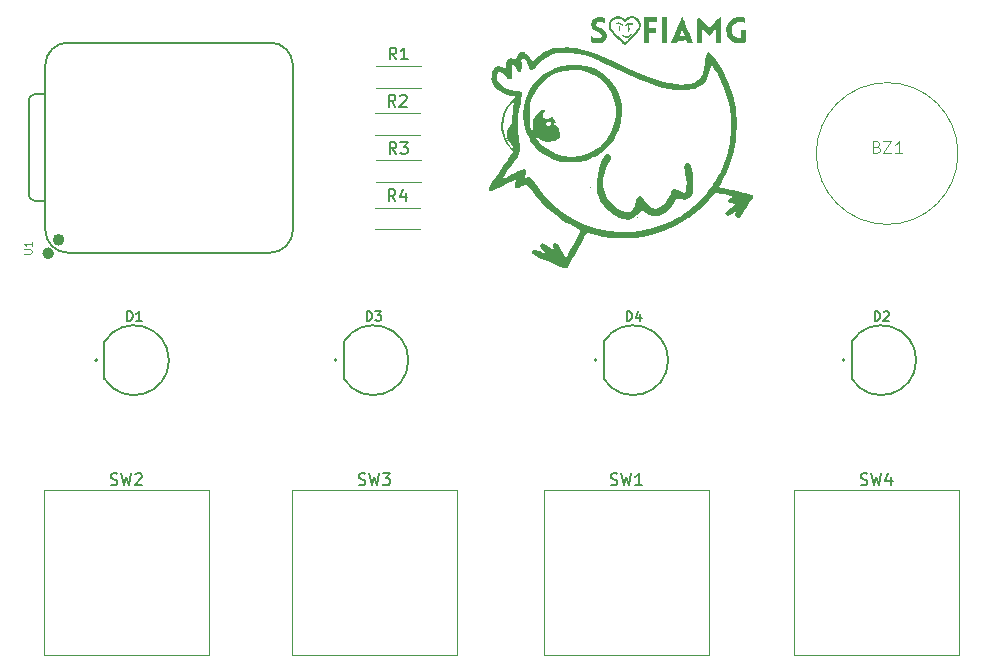
<source format=gbr>
%TF.GenerationSoftware,KiCad,Pcbnew,9.0.2*%
%TF.CreationDate,2025-07-04T18:03:36-03:00*%
%TF.ProjectId,pathfinder,70617468-6669-46e6-9465-722e6b696361,rev?*%
%TF.SameCoordinates,Original*%
%TF.FileFunction,Legend,Top*%
%TF.FilePolarity,Positive*%
%FSLAX46Y46*%
G04 Gerber Fmt 4.6, Leading zero omitted, Abs format (unit mm)*
G04 Created by KiCad (PCBNEW 9.0.2) date 2025-07-04 18:03:36*
%MOMM*%
%LPD*%
G01*
G04 APERTURE LIST*
%ADD10C,0.150000*%
%ADD11C,0.100000*%
%ADD12C,0.101600*%
%ADD13C,0.120000*%
%ADD14C,0.000000*%
%ADD15C,0.127000*%
%ADD16C,0.200000*%
%ADD17C,0.504000*%
G04 APERTURE END LIST*
D10*
X141586667Y-110533200D02*
X141729524Y-110580819D01*
X141729524Y-110580819D02*
X141967619Y-110580819D01*
X141967619Y-110580819D02*
X142062857Y-110533200D01*
X142062857Y-110533200D02*
X142110476Y-110485580D01*
X142110476Y-110485580D02*
X142158095Y-110390342D01*
X142158095Y-110390342D02*
X142158095Y-110295104D01*
X142158095Y-110295104D02*
X142110476Y-110199866D01*
X142110476Y-110199866D02*
X142062857Y-110152247D01*
X142062857Y-110152247D02*
X141967619Y-110104628D01*
X141967619Y-110104628D02*
X141777143Y-110057009D01*
X141777143Y-110057009D02*
X141681905Y-110009390D01*
X141681905Y-110009390D02*
X141634286Y-109961771D01*
X141634286Y-109961771D02*
X141586667Y-109866533D01*
X141586667Y-109866533D02*
X141586667Y-109771295D01*
X141586667Y-109771295D02*
X141634286Y-109676057D01*
X141634286Y-109676057D02*
X141681905Y-109628438D01*
X141681905Y-109628438D02*
X141777143Y-109580819D01*
X141777143Y-109580819D02*
X142015238Y-109580819D01*
X142015238Y-109580819D02*
X142158095Y-109628438D01*
X142491429Y-109580819D02*
X142729524Y-110580819D01*
X142729524Y-110580819D02*
X142920000Y-109866533D01*
X142920000Y-109866533D02*
X143110476Y-110580819D01*
X143110476Y-110580819D02*
X143348572Y-109580819D01*
X144253333Y-110580819D02*
X143681905Y-110580819D01*
X143967619Y-110580819D02*
X143967619Y-109580819D01*
X143967619Y-109580819D02*
X143872381Y-109723676D01*
X143872381Y-109723676D02*
X143777143Y-109818914D01*
X143777143Y-109818914D02*
X143681905Y-109866533D01*
X123373333Y-78534819D02*
X123040000Y-78058628D01*
X122801905Y-78534819D02*
X122801905Y-77534819D01*
X122801905Y-77534819D02*
X123182857Y-77534819D01*
X123182857Y-77534819D02*
X123278095Y-77582438D01*
X123278095Y-77582438D02*
X123325714Y-77630057D01*
X123325714Y-77630057D02*
X123373333Y-77725295D01*
X123373333Y-77725295D02*
X123373333Y-77868152D01*
X123373333Y-77868152D02*
X123325714Y-77963390D01*
X123325714Y-77963390D02*
X123278095Y-78011009D01*
X123278095Y-78011009D02*
X123182857Y-78058628D01*
X123182857Y-78058628D02*
X122801905Y-78058628D01*
X123754286Y-77630057D02*
X123801905Y-77582438D01*
X123801905Y-77582438D02*
X123897143Y-77534819D01*
X123897143Y-77534819D02*
X124135238Y-77534819D01*
X124135238Y-77534819D02*
X124230476Y-77582438D01*
X124230476Y-77582438D02*
X124278095Y-77630057D01*
X124278095Y-77630057D02*
X124325714Y-77725295D01*
X124325714Y-77725295D02*
X124325714Y-77820533D01*
X124325714Y-77820533D02*
X124278095Y-77963390D01*
X124278095Y-77963390D02*
X123706667Y-78534819D01*
X123706667Y-78534819D02*
X124325714Y-78534819D01*
X162746667Y-110533200D02*
X162889524Y-110580819D01*
X162889524Y-110580819D02*
X163127619Y-110580819D01*
X163127619Y-110580819D02*
X163222857Y-110533200D01*
X163222857Y-110533200D02*
X163270476Y-110485580D01*
X163270476Y-110485580D02*
X163318095Y-110390342D01*
X163318095Y-110390342D02*
X163318095Y-110295104D01*
X163318095Y-110295104D02*
X163270476Y-110199866D01*
X163270476Y-110199866D02*
X163222857Y-110152247D01*
X163222857Y-110152247D02*
X163127619Y-110104628D01*
X163127619Y-110104628D02*
X162937143Y-110057009D01*
X162937143Y-110057009D02*
X162841905Y-110009390D01*
X162841905Y-110009390D02*
X162794286Y-109961771D01*
X162794286Y-109961771D02*
X162746667Y-109866533D01*
X162746667Y-109866533D02*
X162746667Y-109771295D01*
X162746667Y-109771295D02*
X162794286Y-109676057D01*
X162794286Y-109676057D02*
X162841905Y-109628438D01*
X162841905Y-109628438D02*
X162937143Y-109580819D01*
X162937143Y-109580819D02*
X163175238Y-109580819D01*
X163175238Y-109580819D02*
X163318095Y-109628438D01*
X163651429Y-109580819D02*
X163889524Y-110580819D01*
X163889524Y-110580819D02*
X164080000Y-109866533D01*
X164080000Y-109866533D02*
X164270476Y-110580819D01*
X164270476Y-110580819D02*
X164508572Y-109580819D01*
X165318095Y-109914152D02*
X165318095Y-110580819D01*
X165080000Y-109533200D02*
X164841905Y-110247485D01*
X164841905Y-110247485D02*
X165460952Y-110247485D01*
X120949524Y-96654295D02*
X120949524Y-95854295D01*
X120949524Y-95854295D02*
X121140000Y-95854295D01*
X121140000Y-95854295D02*
X121254286Y-95892390D01*
X121254286Y-95892390D02*
X121330476Y-95968580D01*
X121330476Y-95968580D02*
X121368571Y-96044771D01*
X121368571Y-96044771D02*
X121406667Y-96197152D01*
X121406667Y-96197152D02*
X121406667Y-96311438D01*
X121406667Y-96311438D02*
X121368571Y-96463819D01*
X121368571Y-96463819D02*
X121330476Y-96540009D01*
X121330476Y-96540009D02*
X121254286Y-96616200D01*
X121254286Y-96616200D02*
X121140000Y-96654295D01*
X121140000Y-96654295D02*
X120949524Y-96654295D01*
X121673333Y-95854295D02*
X122168571Y-95854295D01*
X122168571Y-95854295D02*
X121901905Y-96159057D01*
X121901905Y-96159057D02*
X122016190Y-96159057D01*
X122016190Y-96159057D02*
X122092381Y-96197152D01*
X122092381Y-96197152D02*
X122130476Y-96235247D01*
X122130476Y-96235247D02*
X122168571Y-96311438D01*
X122168571Y-96311438D02*
X122168571Y-96501914D01*
X122168571Y-96501914D02*
X122130476Y-96578104D01*
X122130476Y-96578104D02*
X122092381Y-96616200D01*
X122092381Y-96616200D02*
X122016190Y-96654295D01*
X122016190Y-96654295D02*
X121787619Y-96654295D01*
X121787619Y-96654295D02*
X121711428Y-96616200D01*
X121711428Y-96616200D02*
X121673333Y-96578104D01*
X123453333Y-74534819D02*
X123120000Y-74058628D01*
X122881905Y-74534819D02*
X122881905Y-73534819D01*
X122881905Y-73534819D02*
X123262857Y-73534819D01*
X123262857Y-73534819D02*
X123358095Y-73582438D01*
X123358095Y-73582438D02*
X123405714Y-73630057D01*
X123405714Y-73630057D02*
X123453333Y-73725295D01*
X123453333Y-73725295D02*
X123453333Y-73868152D01*
X123453333Y-73868152D02*
X123405714Y-73963390D01*
X123405714Y-73963390D02*
X123358095Y-74011009D01*
X123358095Y-74011009D02*
X123262857Y-74058628D01*
X123262857Y-74058628D02*
X122881905Y-74058628D01*
X124405714Y-74534819D02*
X123834286Y-74534819D01*
X124120000Y-74534819D02*
X124120000Y-73534819D01*
X124120000Y-73534819D02*
X124024762Y-73677676D01*
X124024762Y-73677676D02*
X123929524Y-73772914D01*
X123929524Y-73772914D02*
X123834286Y-73820533D01*
X100679524Y-96654295D02*
X100679524Y-95854295D01*
X100679524Y-95854295D02*
X100870000Y-95854295D01*
X100870000Y-95854295D02*
X100984286Y-95892390D01*
X100984286Y-95892390D02*
X101060476Y-95968580D01*
X101060476Y-95968580D02*
X101098571Y-96044771D01*
X101098571Y-96044771D02*
X101136667Y-96197152D01*
X101136667Y-96197152D02*
X101136667Y-96311438D01*
X101136667Y-96311438D02*
X101098571Y-96463819D01*
X101098571Y-96463819D02*
X101060476Y-96540009D01*
X101060476Y-96540009D02*
X100984286Y-96616200D01*
X100984286Y-96616200D02*
X100870000Y-96654295D01*
X100870000Y-96654295D02*
X100679524Y-96654295D01*
X101898571Y-96654295D02*
X101441428Y-96654295D01*
X101670000Y-96654295D02*
X101670000Y-95854295D01*
X101670000Y-95854295D02*
X101593809Y-95968580D01*
X101593809Y-95968580D02*
X101517619Y-96044771D01*
X101517619Y-96044771D02*
X101441428Y-96082866D01*
X123373333Y-86534819D02*
X123040000Y-86058628D01*
X122801905Y-86534819D02*
X122801905Y-85534819D01*
X122801905Y-85534819D02*
X123182857Y-85534819D01*
X123182857Y-85534819D02*
X123278095Y-85582438D01*
X123278095Y-85582438D02*
X123325714Y-85630057D01*
X123325714Y-85630057D02*
X123373333Y-85725295D01*
X123373333Y-85725295D02*
X123373333Y-85868152D01*
X123373333Y-85868152D02*
X123325714Y-85963390D01*
X123325714Y-85963390D02*
X123278095Y-86011009D01*
X123278095Y-86011009D02*
X123182857Y-86058628D01*
X123182857Y-86058628D02*
X122801905Y-86058628D01*
X124230476Y-85868152D02*
X124230476Y-86534819D01*
X123992381Y-85487200D02*
X123754286Y-86201485D01*
X123754286Y-86201485D02*
X124373333Y-86201485D01*
D11*
X164119047Y-81933609D02*
X164261904Y-81981228D01*
X164261904Y-81981228D02*
X164309523Y-82028847D01*
X164309523Y-82028847D02*
X164357142Y-82124085D01*
X164357142Y-82124085D02*
X164357142Y-82266942D01*
X164357142Y-82266942D02*
X164309523Y-82362180D01*
X164309523Y-82362180D02*
X164261904Y-82409800D01*
X164261904Y-82409800D02*
X164166666Y-82457419D01*
X164166666Y-82457419D02*
X163785714Y-82457419D01*
X163785714Y-82457419D02*
X163785714Y-81457419D01*
X163785714Y-81457419D02*
X164119047Y-81457419D01*
X164119047Y-81457419D02*
X164214285Y-81505038D01*
X164214285Y-81505038D02*
X164261904Y-81552657D01*
X164261904Y-81552657D02*
X164309523Y-81647895D01*
X164309523Y-81647895D02*
X164309523Y-81743133D01*
X164309523Y-81743133D02*
X164261904Y-81838371D01*
X164261904Y-81838371D02*
X164214285Y-81885990D01*
X164214285Y-81885990D02*
X164119047Y-81933609D01*
X164119047Y-81933609D02*
X163785714Y-81933609D01*
X164690476Y-81457419D02*
X165357142Y-81457419D01*
X165357142Y-81457419D02*
X164690476Y-82457419D01*
X164690476Y-82457419D02*
X165357142Y-82457419D01*
X166261904Y-82457419D02*
X165690476Y-82457419D01*
X165976190Y-82457419D02*
X165976190Y-81457419D01*
X165976190Y-81457419D02*
X165880952Y-81600276D01*
X165880952Y-81600276D02*
X165785714Y-81695514D01*
X165785714Y-81695514D02*
X165690476Y-81743133D01*
D12*
X91921979Y-90983809D02*
X92436026Y-90983809D01*
X92436026Y-90983809D02*
X92496502Y-90953571D01*
X92496502Y-90953571D02*
X92526741Y-90923333D01*
X92526741Y-90923333D02*
X92556979Y-90862857D01*
X92556979Y-90862857D02*
X92556979Y-90741904D01*
X92556979Y-90741904D02*
X92526741Y-90681428D01*
X92526741Y-90681428D02*
X92496502Y-90651190D01*
X92496502Y-90651190D02*
X92436026Y-90620952D01*
X92436026Y-90620952D02*
X91921979Y-90620952D01*
X92556979Y-89985952D02*
X92556979Y-90348809D01*
X92556979Y-90167381D02*
X91921979Y-90167381D01*
X91921979Y-90167381D02*
X92012693Y-90227857D01*
X92012693Y-90227857D02*
X92073169Y-90288333D01*
X92073169Y-90288333D02*
X92103407Y-90348809D01*
D10*
X142949524Y-96654295D02*
X142949524Y-95854295D01*
X142949524Y-95854295D02*
X143140000Y-95854295D01*
X143140000Y-95854295D02*
X143254286Y-95892390D01*
X143254286Y-95892390D02*
X143330476Y-95968580D01*
X143330476Y-95968580D02*
X143368571Y-96044771D01*
X143368571Y-96044771D02*
X143406667Y-96197152D01*
X143406667Y-96197152D02*
X143406667Y-96311438D01*
X143406667Y-96311438D02*
X143368571Y-96463819D01*
X143368571Y-96463819D02*
X143330476Y-96540009D01*
X143330476Y-96540009D02*
X143254286Y-96616200D01*
X143254286Y-96616200D02*
X143140000Y-96654295D01*
X143140000Y-96654295D02*
X142949524Y-96654295D01*
X144092381Y-96120961D02*
X144092381Y-96654295D01*
X143901905Y-95816200D02*
X143711428Y-96387628D01*
X143711428Y-96387628D02*
X144206667Y-96387628D01*
X123453333Y-82534819D02*
X123120000Y-82058628D01*
X122881905Y-82534819D02*
X122881905Y-81534819D01*
X122881905Y-81534819D02*
X123262857Y-81534819D01*
X123262857Y-81534819D02*
X123358095Y-81582438D01*
X123358095Y-81582438D02*
X123405714Y-81630057D01*
X123405714Y-81630057D02*
X123453333Y-81725295D01*
X123453333Y-81725295D02*
X123453333Y-81868152D01*
X123453333Y-81868152D02*
X123405714Y-81963390D01*
X123405714Y-81963390D02*
X123358095Y-82011009D01*
X123358095Y-82011009D02*
X123262857Y-82058628D01*
X123262857Y-82058628D02*
X122881905Y-82058628D01*
X123786667Y-81534819D02*
X124405714Y-81534819D01*
X124405714Y-81534819D02*
X124072381Y-81915771D01*
X124072381Y-81915771D02*
X124215238Y-81915771D01*
X124215238Y-81915771D02*
X124310476Y-81963390D01*
X124310476Y-81963390D02*
X124358095Y-82011009D01*
X124358095Y-82011009D02*
X124405714Y-82106247D01*
X124405714Y-82106247D02*
X124405714Y-82344342D01*
X124405714Y-82344342D02*
X124358095Y-82439580D01*
X124358095Y-82439580D02*
X124310476Y-82487200D01*
X124310476Y-82487200D02*
X124215238Y-82534819D01*
X124215238Y-82534819D02*
X123929524Y-82534819D01*
X123929524Y-82534819D02*
X123834286Y-82487200D01*
X123834286Y-82487200D02*
X123786667Y-82439580D01*
X163949524Y-96654295D02*
X163949524Y-95854295D01*
X163949524Y-95854295D02*
X164140000Y-95854295D01*
X164140000Y-95854295D02*
X164254286Y-95892390D01*
X164254286Y-95892390D02*
X164330476Y-95968580D01*
X164330476Y-95968580D02*
X164368571Y-96044771D01*
X164368571Y-96044771D02*
X164406667Y-96197152D01*
X164406667Y-96197152D02*
X164406667Y-96311438D01*
X164406667Y-96311438D02*
X164368571Y-96463819D01*
X164368571Y-96463819D02*
X164330476Y-96540009D01*
X164330476Y-96540009D02*
X164254286Y-96616200D01*
X164254286Y-96616200D02*
X164140000Y-96654295D01*
X164140000Y-96654295D02*
X163949524Y-96654295D01*
X164711428Y-95930485D02*
X164749524Y-95892390D01*
X164749524Y-95892390D02*
X164825714Y-95854295D01*
X164825714Y-95854295D02*
X165016190Y-95854295D01*
X165016190Y-95854295D02*
X165092381Y-95892390D01*
X165092381Y-95892390D02*
X165130476Y-95930485D01*
X165130476Y-95930485D02*
X165168571Y-96006676D01*
X165168571Y-96006676D02*
X165168571Y-96082866D01*
X165168571Y-96082866D02*
X165130476Y-96197152D01*
X165130476Y-96197152D02*
X164673333Y-96654295D01*
X164673333Y-96654295D02*
X165168571Y-96654295D01*
X120246667Y-110533200D02*
X120389524Y-110580819D01*
X120389524Y-110580819D02*
X120627619Y-110580819D01*
X120627619Y-110580819D02*
X120722857Y-110533200D01*
X120722857Y-110533200D02*
X120770476Y-110485580D01*
X120770476Y-110485580D02*
X120818095Y-110390342D01*
X120818095Y-110390342D02*
X120818095Y-110295104D01*
X120818095Y-110295104D02*
X120770476Y-110199866D01*
X120770476Y-110199866D02*
X120722857Y-110152247D01*
X120722857Y-110152247D02*
X120627619Y-110104628D01*
X120627619Y-110104628D02*
X120437143Y-110057009D01*
X120437143Y-110057009D02*
X120341905Y-110009390D01*
X120341905Y-110009390D02*
X120294286Y-109961771D01*
X120294286Y-109961771D02*
X120246667Y-109866533D01*
X120246667Y-109866533D02*
X120246667Y-109771295D01*
X120246667Y-109771295D02*
X120294286Y-109676057D01*
X120294286Y-109676057D02*
X120341905Y-109628438D01*
X120341905Y-109628438D02*
X120437143Y-109580819D01*
X120437143Y-109580819D02*
X120675238Y-109580819D01*
X120675238Y-109580819D02*
X120818095Y-109628438D01*
X121151429Y-109580819D02*
X121389524Y-110580819D01*
X121389524Y-110580819D02*
X121580000Y-109866533D01*
X121580000Y-109866533D02*
X121770476Y-110580819D01*
X121770476Y-110580819D02*
X122008572Y-109580819D01*
X122294286Y-109580819D02*
X122913333Y-109580819D01*
X122913333Y-109580819D02*
X122580000Y-109961771D01*
X122580000Y-109961771D02*
X122722857Y-109961771D01*
X122722857Y-109961771D02*
X122818095Y-110009390D01*
X122818095Y-110009390D02*
X122865714Y-110057009D01*
X122865714Y-110057009D02*
X122913333Y-110152247D01*
X122913333Y-110152247D02*
X122913333Y-110390342D01*
X122913333Y-110390342D02*
X122865714Y-110485580D01*
X122865714Y-110485580D02*
X122818095Y-110533200D01*
X122818095Y-110533200D02*
X122722857Y-110580819D01*
X122722857Y-110580819D02*
X122437143Y-110580819D01*
X122437143Y-110580819D02*
X122341905Y-110533200D01*
X122341905Y-110533200D02*
X122294286Y-110485580D01*
X99246667Y-110533200D02*
X99389524Y-110580819D01*
X99389524Y-110580819D02*
X99627619Y-110580819D01*
X99627619Y-110580819D02*
X99722857Y-110533200D01*
X99722857Y-110533200D02*
X99770476Y-110485580D01*
X99770476Y-110485580D02*
X99818095Y-110390342D01*
X99818095Y-110390342D02*
X99818095Y-110295104D01*
X99818095Y-110295104D02*
X99770476Y-110199866D01*
X99770476Y-110199866D02*
X99722857Y-110152247D01*
X99722857Y-110152247D02*
X99627619Y-110104628D01*
X99627619Y-110104628D02*
X99437143Y-110057009D01*
X99437143Y-110057009D02*
X99341905Y-110009390D01*
X99341905Y-110009390D02*
X99294286Y-109961771D01*
X99294286Y-109961771D02*
X99246667Y-109866533D01*
X99246667Y-109866533D02*
X99246667Y-109771295D01*
X99246667Y-109771295D02*
X99294286Y-109676057D01*
X99294286Y-109676057D02*
X99341905Y-109628438D01*
X99341905Y-109628438D02*
X99437143Y-109580819D01*
X99437143Y-109580819D02*
X99675238Y-109580819D01*
X99675238Y-109580819D02*
X99818095Y-109628438D01*
X100151429Y-109580819D02*
X100389524Y-110580819D01*
X100389524Y-110580819D02*
X100580000Y-109866533D01*
X100580000Y-109866533D02*
X100770476Y-110580819D01*
X100770476Y-110580819D02*
X101008572Y-109580819D01*
X101341905Y-109676057D02*
X101389524Y-109628438D01*
X101389524Y-109628438D02*
X101484762Y-109580819D01*
X101484762Y-109580819D02*
X101722857Y-109580819D01*
X101722857Y-109580819D02*
X101818095Y-109628438D01*
X101818095Y-109628438D02*
X101865714Y-109676057D01*
X101865714Y-109676057D02*
X101913333Y-109771295D01*
X101913333Y-109771295D02*
X101913333Y-109866533D01*
X101913333Y-109866533D02*
X101865714Y-110009390D01*
X101865714Y-110009390D02*
X101294286Y-110580819D01*
X101294286Y-110580819D02*
X101913333Y-110580819D01*
D13*
%TO.C,SW1*%
X135935000Y-111015000D02*
X149905000Y-111015000D01*
X135935000Y-124985000D02*
X135935000Y-111015000D01*
X149905000Y-111015000D02*
X149905000Y-124985000D01*
X149905000Y-124985000D02*
X135935000Y-124985000D01*
D14*
%TO.C,G\u002A\u002A\u002A*%
G36*
X146352030Y-72069310D02*
G01*
X146352030Y-73180908D01*
X146143605Y-73180908D01*
X145935181Y-73180908D01*
X145935181Y-72069310D01*
X145935181Y-70957713D01*
X146143605Y-70957713D01*
X146352030Y-70957713D01*
X146352030Y-72069310D01*
G37*
G36*
X142372909Y-71706543D02*
G01*
X142387402Y-71749981D01*
X142396374Y-71833829D01*
X142400081Y-71909518D01*
X142402979Y-72018156D01*
X142399961Y-72082635D01*
X142388659Y-72114265D01*
X142366706Y-72124353D01*
X142355000Y-72124890D01*
X142315679Y-72109673D01*
X142292771Y-72056008D01*
X142286370Y-72020678D01*
X142279865Y-71917962D01*
X142288095Y-71820168D01*
X142308141Y-71742103D01*
X142337084Y-71698573D01*
X142350751Y-71694146D01*
X142372909Y-71706543D01*
G37*
G36*
X145546122Y-71166137D02*
G01*
X145546122Y-71374562D01*
X145212642Y-71374562D01*
X144879163Y-71374562D01*
X144879163Y-71610776D01*
X144879163Y-71846991D01*
X145157063Y-71846991D01*
X145434962Y-71846991D01*
X145434962Y-72069310D01*
X145434962Y-72291630D01*
X145157063Y-72291630D01*
X144879163Y-72291630D01*
X144879163Y-72736269D01*
X144879163Y-73180908D01*
X144656844Y-73180908D01*
X144434524Y-73180908D01*
X144434524Y-72069310D01*
X144434524Y-70957713D01*
X144990323Y-70957713D01*
X145546122Y-70957713D01*
X145546122Y-71166137D01*
G37*
G36*
X143155588Y-71604947D02*
G01*
X143170398Y-71628928D01*
X143179911Y-71684049D01*
X143186276Y-71779926D01*
X143189169Y-71852289D01*
X143190922Y-72000633D01*
X143182883Y-72100427D01*
X143163788Y-72158040D01*
X143132376Y-72179844D01*
X143124122Y-72180470D01*
X143092660Y-72158569D01*
X143084689Y-72143533D01*
X143079193Y-72100419D01*
X143076626Y-72016828D01*
X143077311Y-71907803D01*
X143078614Y-71858999D01*
X143084238Y-71737636D01*
X143092936Y-71661517D01*
X143106909Y-71620314D01*
X143128363Y-71603696D01*
X143133330Y-71602492D01*
X143155588Y-71604947D01*
G37*
G36*
X142352474Y-71417491D02*
G01*
X142445761Y-71456625D01*
X142534818Y-71510329D01*
X142604652Y-71569179D01*
X142640268Y-71623750D01*
X142642073Y-71636251D01*
X142627175Y-71688261D01*
X142582060Y-71694211D01*
X142513553Y-71659254D01*
X142434825Y-71605839D01*
X142365309Y-71557410D01*
X142303303Y-71522813D01*
X142245280Y-71522512D01*
X142200062Y-71536568D01*
X142110799Y-71563725D01*
X142061878Y-71563758D01*
X142044903Y-71536255D01*
X142044590Y-71528982D01*
X142069693Y-71476411D01*
X142134262Y-71432426D01*
X142222182Y-71406080D01*
X142269952Y-71402352D01*
X142352474Y-71417491D01*
G37*
G36*
X143367848Y-72362137D02*
G01*
X143378507Y-72399442D01*
X143356895Y-72446048D01*
X143301072Y-72509214D01*
X143224560Y-72577021D01*
X143140878Y-72637554D01*
X143063547Y-72678895D01*
X143059783Y-72680362D01*
X142956844Y-72705258D01*
X142854780Y-72694607D01*
X142752340Y-72656358D01*
X142639079Y-72593281D01*
X142567720Y-72527949D01*
X142544809Y-72470279D01*
X142564429Y-72436956D01*
X142611555Y-72434263D01*
X142668586Y-72460360D01*
X142697759Y-72486277D01*
X142758165Y-72530499D01*
X142840921Y-72566627D01*
X142854457Y-72570595D01*
X142956179Y-72581640D01*
X143050631Y-72552780D01*
X143149547Y-72479293D01*
X143196124Y-72433060D01*
X143267374Y-72373130D01*
X143327870Y-72348889D01*
X143367848Y-72362137D01*
G37*
G36*
X143246910Y-71437935D02*
G01*
X143249972Y-71438055D01*
X143352933Y-71444230D01*
X143432962Y-71452936D01*
X143474961Y-71462452D01*
X143477155Y-71463947D01*
X143485837Y-71505912D01*
X143463995Y-71560252D01*
X143423125Y-71602964D01*
X143406915Y-71610580D01*
X143348491Y-71611003D01*
X143269911Y-71591121D01*
X143252098Y-71584212D01*
X143158660Y-71550845D01*
X143092086Y-71548843D01*
X143030774Y-71582369D01*
X142969995Y-71638566D01*
X142898455Y-71704920D01*
X142852126Y-71732059D01*
X142821434Y-71724115D01*
X142808848Y-71708098D01*
X142809446Y-71662406D01*
X142841938Y-71597815D01*
X142895380Y-71530838D01*
X142958826Y-71477987D01*
X142963098Y-71475397D01*
X143027865Y-71449348D01*
X143117573Y-71437499D01*
X143246910Y-71437935D01*
G37*
G36*
X150965159Y-72041520D02*
G01*
X150965159Y-73180908D01*
X150742839Y-73180908D01*
X150520520Y-73180908D01*
X150519898Y-72548687D01*
X150519276Y-71916466D01*
X150233312Y-72220509D01*
X149947348Y-72524553D01*
X149651277Y-72220509D01*
X149355207Y-71916466D01*
X149354275Y-72548687D01*
X149353343Y-73180908D01*
X149144918Y-73180908D01*
X148936494Y-73180908D01*
X148936494Y-72041520D01*
X148936570Y-71760155D01*
X148936958Y-71529364D01*
X148937893Y-71344141D01*
X148939612Y-71199482D01*
X148942353Y-71090379D01*
X148946351Y-71011829D01*
X148951845Y-70958825D01*
X148959070Y-70926362D01*
X148968263Y-70909434D01*
X148979661Y-70903035D01*
X148990387Y-70902133D01*
X149028518Y-70923401D01*
X149099989Y-70986055D01*
X149203060Y-71088370D01*
X149335991Y-71228619D01*
X149493240Y-71400854D01*
X149942199Y-71899575D01*
X150390565Y-71400854D01*
X150545319Y-71230445D01*
X150668019Y-71099458D01*
X150762100Y-71004540D01*
X150831000Y-70942342D01*
X150878156Y-70909510D01*
X150902045Y-70902133D01*
X150965159Y-70902133D01*
X150965159Y-72041520D01*
G37*
G36*
X152804255Y-70954480D02*
G01*
X152868769Y-70968153D01*
X153007719Y-71001047D01*
X153000618Y-71153067D01*
X152992214Y-71283369D01*
X152979625Y-71366219D01*
X152959826Y-71409733D01*
X152929787Y-71422026D01*
X152902247Y-71416781D01*
X152845917Y-71405860D01*
X152752400Y-71394359D01*
X152640021Y-71384457D01*
X152617332Y-71382889D01*
X152493040Y-71377530D01*
X152402288Y-71382795D01*
X152323597Y-71401460D01*
X152248913Y-71430461D01*
X152084216Y-71528576D01*
X151962031Y-71661901D01*
X151883695Y-71828314D01*
X151850543Y-72025693D01*
X151849474Y-72064834D01*
X151872670Y-72258737D01*
X151941909Y-72429540D01*
X152052135Y-72570653D01*
X152198294Y-72675484D01*
X152363371Y-72734933D01*
X152457327Y-72749095D01*
X152539530Y-72750895D01*
X152564848Y-72747237D01*
X152593488Y-72738201D01*
X152612642Y-72721641D01*
X152624218Y-72687769D01*
X152630123Y-72626793D01*
X152632266Y-72528923D01*
X152632555Y-72399777D01*
X152632555Y-72069310D01*
X152855516Y-72069310D01*
X153078476Y-72069310D01*
X153070888Y-72562582D01*
X153063299Y-73055853D01*
X152882664Y-73117396D01*
X152673429Y-73165530D01*
X152448133Y-73177852D01*
X152229877Y-73154031D01*
X152129805Y-73128207D01*
X151910676Y-73030616D01*
X151724995Y-72891624D01*
X151576237Y-72716637D01*
X151467879Y-72511060D01*
X151403397Y-72280299D01*
X151386267Y-72029759D01*
X151388944Y-71976090D01*
X151428267Y-71732978D01*
X151511748Y-71520105D01*
X151642264Y-71330495D01*
X151666367Y-71303309D01*
X151847996Y-71144630D01*
X152060329Y-71028252D01*
X152295637Y-70956331D01*
X152546190Y-70931022D01*
X152804255Y-70954480D01*
G37*
G36*
X147661965Y-70910833D02*
G01*
X147697009Y-70981608D01*
X147744654Y-71087207D01*
X147801065Y-71219165D01*
X147854273Y-71348787D01*
X147918561Y-71507986D01*
X147998122Y-71704567D01*
X148087245Y-71924443D01*
X148180217Y-72153529D01*
X148271329Y-72377740D01*
X148318265Y-72493107D01*
X148598228Y-73180908D01*
X148352810Y-73180908D01*
X148107392Y-73180908D01*
X148059344Y-73055095D01*
X148011296Y-72929283D01*
X147635793Y-72936988D01*
X147260290Y-72944693D01*
X147217266Y-73062800D01*
X147174242Y-73180908D01*
X146927560Y-73180908D01*
X146819618Y-73178325D01*
X146737857Y-73171408D01*
X146694141Y-73161406D01*
X146690141Y-73155917D01*
X146731963Y-73046327D01*
X146788097Y-72904065D01*
X146855956Y-72735298D01*
X146932953Y-72546192D01*
X146949915Y-72504922D01*
X147435837Y-72504922D01*
X147461359Y-72509242D01*
X147528857Y-72512435D01*
X147624731Y-72513911D01*
X147643763Y-72513949D01*
X147851688Y-72513949D01*
X147754175Y-72244566D01*
X147712447Y-72131282D01*
X147677073Y-72038935D01*
X147652581Y-71979135D01*
X147644292Y-71962813D01*
X147627045Y-71976493D01*
X147602032Y-72026516D01*
X147600355Y-72030719D01*
X147576769Y-72093606D01*
X147545017Y-72181933D01*
X147510132Y-72281192D01*
X147477147Y-72376877D01*
X147451095Y-72454480D01*
X147437009Y-72499495D01*
X147435837Y-72504922D01*
X146949915Y-72504922D01*
X147016503Y-72342913D01*
X147104019Y-72131626D01*
X147192915Y-71918497D01*
X147280604Y-71709693D01*
X147364501Y-71511379D01*
X147442019Y-71329721D01*
X147510571Y-71170884D01*
X147567573Y-71041036D01*
X147610437Y-70946341D01*
X147636577Y-70892966D01*
X147643358Y-70883344D01*
X147661965Y-70910833D01*
G37*
G36*
X140916522Y-70970141D02*
G01*
X140916913Y-70970228D01*
X141025832Y-70996679D01*
X141089103Y-71018937D01*
X141115996Y-71041347D01*
X141117091Y-71064085D01*
X141107034Y-71116253D01*
X141094534Y-71202037D01*
X141085785Y-71272982D01*
X141073714Y-71363241D01*
X141059782Y-71409606D01*
X141037754Y-71423594D01*
X141007086Y-71418366D01*
X140818006Y-71372562D01*
X140670433Y-71355365D01*
X140558021Y-71367112D01*
X140474425Y-71408140D01*
X140433978Y-71448818D01*
X140384362Y-71543172D01*
X140388353Y-71632803D01*
X140446434Y-71718408D01*
X140559084Y-71800686D01*
X140726785Y-71880335D01*
X140732995Y-71882820D01*
X140906128Y-71968836D01*
X141056282Y-72076541D01*
X141171473Y-72196203D01*
X141225132Y-72282388D01*
X141272113Y-72442203D01*
X141271087Y-72608626D01*
X141226931Y-72771171D01*
X141144526Y-72919356D01*
X141028750Y-73042697D01*
X140884483Y-73130710D01*
X140819597Y-73153759D01*
X140677807Y-73177345D01*
X140506354Y-73180148D01*
X140326640Y-73163335D01*
X140160066Y-73128073D01*
X140120438Y-73115648D01*
X140026880Y-73082661D01*
X139956543Y-73055788D01*
X139923655Y-73040485D01*
X139923084Y-73039944D01*
X139921524Y-73008762D01*
X139926242Y-72936297D01*
X139936243Y-72836369D01*
X139940173Y-72802706D01*
X139967335Y-72577349D01*
X140081947Y-72640345D01*
X140197700Y-72690427D01*
X140333768Y-72729332D01*
X140469093Y-72752598D01*
X140582623Y-72755761D01*
X140609301Y-72752119D01*
X140722775Y-72709098D01*
X140803866Y-72635764D01*
X140835951Y-72566982D01*
X140829220Y-72481989D01*
X140769855Y-72398320D01*
X140660777Y-72318908D01*
X140524918Y-72254457D01*
X140310108Y-72152289D01*
X140147673Y-72036106D01*
X140035669Y-71903651D01*
X139972150Y-71752668D01*
X139954888Y-71593421D01*
X139980932Y-71397273D01*
X140050508Y-71232667D01*
X140159764Y-71102100D01*
X140304846Y-71008068D01*
X140481902Y-70953067D01*
X140687078Y-70939592D01*
X140916522Y-70970141D01*
G37*
G36*
X143513635Y-70894092D02*
G01*
X143674878Y-70947276D01*
X143823290Y-71024802D01*
X143883907Y-71068876D01*
X144006144Y-71204006D01*
X144091012Y-71370053D01*
X144136199Y-71554802D01*
X144139394Y-71746039D01*
X144098284Y-71931551D01*
X144062774Y-72013730D01*
X144019093Y-72080302D01*
X143944267Y-72173936D01*
X143844268Y-72288673D01*
X143725069Y-72418555D01*
X143592642Y-72557624D01*
X143452957Y-72699920D01*
X143311988Y-72839487D01*
X143175706Y-72970365D01*
X143050082Y-73086596D01*
X142941089Y-73182221D01*
X142854699Y-73251282D01*
X142796884Y-73287821D01*
X142781552Y-73292067D01*
X142750688Y-73282884D01*
X142703584Y-73253058D01*
X142636374Y-73199173D01*
X142545188Y-73117816D01*
X142426158Y-73005571D01*
X142275415Y-72859024D01*
X142144031Y-72729321D01*
X141953249Y-72538803D01*
X141799077Y-72380712D01*
X141677656Y-72249380D01*
X141585127Y-72139140D01*
X141517630Y-72044324D01*
X141471304Y-71959263D01*
X141442291Y-71878290D01*
X141426731Y-71795736D01*
X141420764Y-71705934D01*
X141420198Y-71666356D01*
X141420316Y-71665316D01*
X141594004Y-71665316D01*
X141598318Y-71744395D01*
X141612459Y-71818081D01*
X141640478Y-71892079D01*
X141686431Y-71972092D01*
X141754370Y-72063826D01*
X141848349Y-72172984D01*
X141972420Y-72305272D01*
X142130638Y-72466393D01*
X142242910Y-72578547D01*
X142768913Y-73101679D01*
X142955603Y-72936031D01*
X143038484Y-72859639D01*
X143148844Y-72753826D01*
X143275722Y-72629316D01*
X143408159Y-72496833D01*
X143498768Y-72404614D01*
X143656341Y-72238951D01*
X143776229Y-72102278D01*
X143862940Y-71987405D01*
X143920981Y-71887141D01*
X143954858Y-71794297D01*
X143969079Y-71701681D01*
X143970218Y-71652461D01*
X143942930Y-71481493D01*
X143870960Y-71330489D01*
X143762602Y-71206164D01*
X143626149Y-71115232D01*
X143469894Y-71064407D01*
X143302130Y-71060402D01*
X143250106Y-71069488D01*
X143129875Y-71104731D01*
X143029980Y-71157348D01*
X142929227Y-71239677D01*
X142886398Y-71281230D01*
X142823851Y-71337668D01*
X142780080Y-71357263D01*
X142739480Y-71346840D01*
X142738098Y-71346108D01*
X142694790Y-71312827D01*
X142683758Y-71291629D01*
X142660130Y-71251776D01*
X142598741Y-71201273D01*
X142513836Y-71149079D01*
X142419658Y-71104155D01*
X142346048Y-71079170D01*
X142169067Y-71059259D01*
X142002725Y-71088723D01*
X141854787Y-71161509D01*
X141733020Y-71271563D01*
X141645189Y-71412834D01*
X141599062Y-71579268D01*
X141594004Y-71665316D01*
X141420316Y-71665316D01*
X141444175Y-71454757D01*
X141516406Y-71269193D01*
X141634307Y-71113422D01*
X141795293Y-70991196D01*
X141927525Y-70929359D01*
X142036617Y-70897236D01*
X142148793Y-70877416D01*
X142197435Y-70874343D01*
X142332897Y-70891594D01*
X142483274Y-70937188D01*
X142622530Y-71001890D01*
X142696852Y-71051499D01*
X142779420Y-71117906D01*
X142868897Y-71049658D01*
X142998327Y-70972058D01*
X143151111Y-70911987D01*
X143301924Y-70878417D01*
X143363867Y-70874343D01*
X143513635Y-70894092D01*
G37*
D13*
%TO.C,R2*%
X121620000Y-79080000D02*
X125460000Y-79080000D01*
X121620000Y-80920000D02*
X125460000Y-80920000D01*
%TO.C,SW4*%
X157095000Y-111015000D02*
X171065000Y-111015000D01*
X157095000Y-124985000D02*
X157095000Y-111015000D01*
X171065000Y-111015000D02*
X171065000Y-124985000D01*
X171065000Y-124985000D02*
X157095000Y-124985000D01*
D14*
%TO.C,G\u002A\u002A\u002A*%
G36*
X139903428Y-85374571D02*
G01*
X139867142Y-85410856D01*
X139830856Y-85374571D01*
X139867142Y-85338285D01*
X139903428Y-85374571D01*
G37*
G36*
X140048571Y-88567714D02*
G01*
X140012285Y-88603999D01*
X139975999Y-88567714D01*
X140012285Y-88531428D01*
X140048571Y-88567714D01*
G37*
G36*
X143894856Y-87914571D02*
G01*
X143858571Y-87950856D01*
X143822285Y-87914571D01*
X143858571Y-87878285D01*
X143894856Y-87914571D01*
G37*
G36*
X146652571Y-83269999D02*
G01*
X146616285Y-83306285D01*
X146579999Y-83269999D01*
X146616285Y-83233713D01*
X146652571Y-83269999D01*
G37*
G36*
X147595999Y-85592285D02*
G01*
X147559714Y-85628571D01*
X147523428Y-85592285D01*
X147559714Y-85555999D01*
X147595999Y-85592285D01*
G37*
G36*
X151006856Y-83560285D02*
G01*
X150970571Y-83596571D01*
X150934285Y-83560285D01*
X150970571Y-83523999D01*
X151006856Y-83560285D01*
G37*
G36*
X141391142Y-82523468D02*
G01*
X141569613Y-82591594D01*
X141636341Y-82743075D01*
X141588677Y-82965532D01*
X141516190Y-83107877D01*
X141292476Y-83564507D01*
X141105051Y-84100484D01*
X140975393Y-84650771D01*
X140948686Y-84826419D01*
X140952522Y-85301823D01*
X141072198Y-85776518D01*
X141289887Y-86229774D01*
X141587758Y-86640863D01*
X141947985Y-86989055D01*
X142352739Y-87253621D01*
X142784190Y-87413833D01*
X143205428Y-87450315D01*
X143351152Y-87377486D01*
X143499333Y-87203688D01*
X143622829Y-86970046D01*
X143694497Y-86717685D01*
X143696001Y-86707050D01*
X143774571Y-86384425D01*
X143906226Y-86195115D01*
X144082214Y-86136571D01*
X144249541Y-86188906D01*
X144385726Y-86361925D01*
X144388089Y-86366293D01*
X144534127Y-86583655D01*
X144731860Y-86811591D01*
X144940800Y-87008657D01*
X145120457Y-87133412D01*
X145150212Y-87146374D01*
X145429099Y-87174307D01*
X145737219Y-87061828D01*
X146060131Y-86822888D01*
X146248276Y-86638506D01*
X146395010Y-86449041D01*
X146523895Y-86215504D01*
X146658492Y-85898908D01*
X146727079Y-85719285D01*
X146804874Y-85566161D01*
X146909298Y-85499638D01*
X147067928Y-85518254D01*
X147308338Y-85620547D01*
X147428847Y-85682087D01*
X147660193Y-85792516D01*
X147803008Y-85829185D01*
X147888980Y-85799658D01*
X147895529Y-85793498D01*
X147969744Y-85636461D01*
X148009482Y-85367140D01*
X148014249Y-85014361D01*
X147983546Y-84606951D01*
X147922891Y-84205169D01*
X147864294Y-83869705D01*
X147838635Y-83646535D01*
X147844564Y-83506918D01*
X147880729Y-83422111D01*
X147885768Y-83415765D01*
X148039872Y-83318977D01*
X148211050Y-83328609D01*
X148303324Y-83396999D01*
X148390507Y-83580864D01*
X148465083Y-83881942D01*
X148522684Y-84272540D01*
X148558942Y-84724962D01*
X148569470Y-85084285D01*
X148568929Y-85449213D01*
X148557552Y-85701376D01*
X148530845Y-85873012D01*
X148484316Y-85996360D01*
X148430571Y-86080886D01*
X148265586Y-86231046D01*
X148043290Y-86346557D01*
X147824331Y-86400911D01*
X147717586Y-86392496D01*
X147589907Y-86362791D01*
X147400625Y-86326826D01*
X147396627Y-86326133D01*
X147239648Y-86312503D01*
X147145881Y-86364536D01*
X147065234Y-86515230D01*
X147048107Y-86555710D01*
X146942686Y-86732511D01*
X146762450Y-86963089D01*
X146541330Y-87205094D01*
X146475745Y-87270070D01*
X146230059Y-87497286D01*
X146042000Y-87639462D01*
X145873139Y-87720370D01*
X145685046Y-87763783D01*
X145675205Y-87765282D01*
X145238271Y-87787978D01*
X144875223Y-87704899D01*
X144552235Y-87507558D01*
X144511714Y-87473320D01*
X144339418Y-87331135D01*
X144238647Y-87278048D01*
X144176682Y-87302166D01*
X144148856Y-87341402D01*
X143855989Y-87715861D01*
X143509401Y-87968034D01*
X143126042Y-88092310D01*
X142722862Y-88083079D01*
X142331772Y-87942807D01*
X142095826Y-87817258D01*
X141871967Y-87698412D01*
X141829102Y-87675704D01*
X141663918Y-87561965D01*
X141455637Y-87382119D01*
X141231078Y-87164312D01*
X141017059Y-86936688D01*
X140840398Y-86727391D01*
X140727913Y-86564568D01*
X140701713Y-86492550D01*
X140672060Y-86362634D01*
X140641432Y-86325595D01*
X140580836Y-86223891D01*
X140519229Y-86015839D01*
X140463715Y-85740007D01*
X140421397Y-85434963D01*
X140399379Y-85139275D01*
X140398239Y-85005262D01*
X140485701Y-84255531D01*
X140716660Y-83488622D01*
X140897512Y-83074482D01*
X141033401Y-82799721D01*
X141130986Y-82632200D01*
X141212410Y-82547200D01*
X141299815Y-82520005D01*
X141391142Y-82523468D01*
G37*
G36*
X138856683Y-74972354D02*
G01*
X139545524Y-75075001D01*
X140170730Y-75276137D01*
X140372665Y-75371530D01*
X140580866Y-75494800D01*
X140835016Y-75666216D01*
X141095446Y-75856506D01*
X141322489Y-76036400D01*
X141476476Y-76176623D01*
X141499999Y-76203407D01*
X141564417Y-76288617D01*
X141672005Y-76434428D01*
X141681428Y-76447306D01*
X141806475Y-76611128D01*
X141906392Y-76730439D01*
X141907874Y-76732018D01*
X142055954Y-76951447D01*
X142217576Y-77307422D01*
X142378223Y-77758168D01*
X142519118Y-78404793D01*
X142548612Y-79099130D01*
X142470593Y-79800709D01*
X142288947Y-80469062D01*
X142071429Y-80952993D01*
X141837883Y-81323500D01*
X141548098Y-81701473D01*
X141235730Y-82048206D01*
X140934436Y-82324990D01*
X140782434Y-82435428D01*
X140617964Y-82550919D01*
X140516576Y-82634999D01*
X140413892Y-82712644D01*
X140377299Y-82725713D01*
X140294845Y-82755162D01*
X140118075Y-82832927D01*
X139882853Y-82943134D01*
X139845973Y-82960889D01*
X139633344Y-83059763D01*
X139454923Y-83126699D01*
X139272799Y-83168408D01*
X139049062Y-83191604D01*
X138745802Y-83202999D01*
X138451999Y-83207730D01*
X138086869Y-83209698D01*
X137760406Y-83206466D01*
X137507900Y-83198711D01*
X137364644Y-83187108D01*
X137363428Y-83186894D01*
X137150927Y-83133675D01*
X136890653Y-83047134D01*
X136617303Y-82941791D01*
X136365574Y-82832167D01*
X136170162Y-82732782D01*
X136065764Y-82658158D01*
X136057142Y-82640206D01*
X135998305Y-82586996D01*
X135950134Y-82580571D01*
X135831206Y-82526551D01*
X135650100Y-82381465D01*
X135431175Y-82170768D01*
X135198789Y-81919919D01*
X134977301Y-81654373D01*
X134791069Y-81399589D01*
X134733535Y-81309104D01*
X134430455Y-80671043D01*
X134242987Y-79972613D01*
X134173285Y-79243965D01*
X134180903Y-79133428D01*
X134723646Y-79133428D01*
X134732703Y-79641928D01*
X134757660Y-80022510D01*
X134800935Y-80291769D01*
X134864948Y-80466302D01*
X134929531Y-80546285D01*
X134981269Y-80561603D01*
X134998717Y-80476736D01*
X134986142Y-80270495D01*
X134985788Y-80266794D01*
X134984019Y-79989848D01*
X136146252Y-79989848D01*
X136182834Y-80116250D01*
X136312178Y-80175162D01*
X136365246Y-80172661D01*
X136512158Y-80090144D01*
X136552089Y-79985818D01*
X136522298Y-79832961D01*
X136410913Y-79766770D01*
X136265571Y-79807832D01*
X136223020Y-79843591D01*
X136146252Y-79989848D01*
X134984019Y-79989848D01*
X134984013Y-79988951D01*
X135020429Y-79717934D01*
X135041122Y-79641488D01*
X135159019Y-79404126D01*
X135340189Y-79167896D01*
X135549987Y-78967446D01*
X135753767Y-78837422D01*
X135875714Y-78806856D01*
X136025880Y-78836521D01*
X136041943Y-78919420D01*
X135948285Y-79024571D01*
X135855154Y-79183597D01*
X135853609Y-79380086D01*
X135926514Y-79518056D01*
X136097144Y-79598710D01*
X136305557Y-79587625D01*
X136483833Y-79492527D01*
X136520056Y-79450541D01*
X136593453Y-79357645D01*
X136650399Y-79356749D01*
X136728598Y-79461116D01*
X136777900Y-79541255D01*
X136891875Y-79745797D01*
X136921742Y-79856567D01*
X136872116Y-79894661D01*
X136855428Y-79895428D01*
X136782763Y-79931156D01*
X136808970Y-80010711D01*
X136915468Y-80092644D01*
X136950714Y-80107982D01*
X137106582Y-80242104D01*
X137204714Y-80459320D01*
X137283840Y-80819757D01*
X137266285Y-81084129D01*
X137142732Y-81272277D01*
X136903865Y-81404042D01*
X136737040Y-81455302D01*
X136276051Y-81511591D01*
X135856136Y-81429209D01*
X135472593Y-81207220D01*
X135466487Y-81202336D01*
X135173855Y-80967171D01*
X135288769Y-81189390D01*
X135517622Y-81519064D01*
X135850708Y-81852248D01*
X136251036Y-82158953D01*
X136681616Y-82409193D01*
X136922129Y-82513472D01*
X137589509Y-82699541D01*
X138269484Y-82756463D01*
X138988027Y-82685670D01*
X139213999Y-82639965D01*
X139566248Y-82527869D01*
X139962827Y-82350378D01*
X140348833Y-82136127D01*
X140669361Y-81913748D01*
X140764223Y-81831511D01*
X141268917Y-81265540D01*
X141650060Y-80647595D01*
X141905457Y-79992838D01*
X142032908Y-79316434D01*
X142030216Y-78633546D01*
X141895184Y-77959339D01*
X141625613Y-77308976D01*
X141460298Y-77028856D01*
X141195021Y-76657655D01*
X140920091Y-76364593D01*
X140584046Y-76098711D01*
X140388388Y-75967368D01*
X139758642Y-75644056D01*
X139086519Y-75455095D01*
X138386368Y-75401239D01*
X137672538Y-75483244D01*
X136959379Y-75701861D01*
X136782856Y-75777958D01*
X136187897Y-76128184D01*
X135665888Y-76596461D01*
X135229703Y-77168716D01*
X134892215Y-77830876D01*
X134882238Y-77855787D01*
X134809656Y-78061783D01*
X134762433Y-78268095D01*
X134735718Y-78513793D01*
X134724662Y-78837946D01*
X134723646Y-79133428D01*
X134180903Y-79133428D01*
X134223506Y-78515251D01*
X134395806Y-77816624D01*
X134469913Y-77621539D01*
X134660740Y-77241401D01*
X134922707Y-76827072D01*
X135217932Y-76432827D01*
X135508532Y-76112938D01*
X135549926Y-76074227D01*
X135944617Y-75767866D01*
X136417261Y-75482005D01*
X136913010Y-75245801D01*
X137377015Y-75088412D01*
X137426953Y-75076434D01*
X138138921Y-74971672D01*
X138856683Y-74972354D01*
G37*
G36*
X138260685Y-73531782D02*
G01*
X138608191Y-73561698D01*
X138709193Y-73576944D01*
X139286553Y-73704452D01*
X139905040Y-73895726D01*
X140585265Y-74158363D01*
X141347840Y-74499964D01*
X141776704Y-74707826D01*
X142809089Y-75205784D01*
X143735292Y-75623184D01*
X144567129Y-75963986D01*
X145316414Y-76232150D01*
X145994962Y-76431637D01*
X146614587Y-76566407D01*
X147187105Y-76640421D01*
X147595999Y-76658463D01*
X147951152Y-76654508D01*
X148207017Y-76632865D01*
X148409074Y-76586322D01*
X148602798Y-76507667D01*
X148630230Y-76494470D01*
X148955629Y-76298576D01*
X149201463Y-76055822D01*
X149379574Y-75743799D01*
X149501804Y-75340096D01*
X149579995Y-74822306D01*
X149594230Y-74670285D01*
X149647822Y-74285140D01*
X149732452Y-74041214D01*
X149849852Y-73937574D01*
X150001750Y-73973287D01*
X150189878Y-74147418D01*
X150300376Y-74289285D01*
X150977476Y-75340028D01*
X151517518Y-76429030D01*
X151918451Y-77551503D01*
X152171505Y-78661714D01*
X152224715Y-79122671D01*
X152252402Y-79677939D01*
X152255183Y-80279061D01*
X152233673Y-80877577D01*
X152188488Y-81425028D01*
X152131438Y-81816590D01*
X151998223Y-82398993D01*
X151817818Y-83013058D01*
X151603622Y-83623391D01*
X151369036Y-84194600D01*
X151127460Y-84691291D01*
X150901604Y-85064875D01*
X150834530Y-85159910D01*
X150792188Y-85235522D01*
X150788751Y-85297488D01*
X150838394Y-85351583D01*
X150955292Y-85403583D01*
X151153616Y-85459265D01*
X151447543Y-85524404D01*
X151851246Y-85604775D01*
X152378898Y-85706155D01*
X152560898Y-85741034D01*
X153006910Y-85831598D01*
X153325031Y-85909873D01*
X153531297Y-85982321D01*
X153641745Y-86055403D01*
X153672410Y-86135579D01*
X153661323Y-86184407D01*
X153609151Y-86278050D01*
X153492108Y-86467061D01*
X153326158Y-86726261D01*
X153127267Y-87030469D01*
X153070551Y-87116208D01*
X152800562Y-87508995D01*
X152594548Y-87776085D01*
X152449837Y-87920721D01*
X152382421Y-87950856D01*
X152231942Y-87888792D01*
X152147161Y-87736608D01*
X152149667Y-87577692D01*
X152161722Y-87474441D01*
X152110042Y-87455210D01*
X151976174Y-87522449D01*
X151826052Y-87620670D01*
X151630727Y-87732062D01*
X151492800Y-87750046D01*
X151430759Y-87726974D01*
X151308081Y-87624594D01*
X151301809Y-87501965D01*
X151417344Y-87348329D01*
X151660089Y-87152931D01*
X151750713Y-87089866D01*
X151937571Y-86952322D01*
X152062755Y-86840255D01*
X152095428Y-86790608D01*
X152031255Y-86743628D01*
X151872199Y-86708420D01*
X151823888Y-86703380D01*
X151602633Y-86653983D01*
X151516567Y-86557231D01*
X151565611Y-86418398D01*
X151749690Y-86242757D01*
X151831472Y-86183512D01*
X151874584Y-86139804D01*
X151849804Y-86101791D01*
X151738114Y-86062788D01*
X151520500Y-86016109D01*
X151185093Y-85956295D01*
X150403527Y-85822330D01*
X150183289Y-86106451D01*
X149882939Y-86456328D01*
X149498904Y-86848529D01*
X149069918Y-87247401D01*
X148634715Y-87617292D01*
X148232029Y-87922550D01*
X148147390Y-87980331D01*
X147207559Y-88549239D01*
X146276497Y-88993535D01*
X145319866Y-89327201D01*
X144303327Y-89564219D01*
X144221730Y-89578838D01*
X143658384Y-89646920D01*
X143014627Y-89673610D01*
X142328577Y-89661439D01*
X141638350Y-89612941D01*
X140982062Y-89530646D01*
X140397830Y-89417086D01*
X139985018Y-89297396D01*
X139782287Y-89229841D01*
X139637036Y-89189543D01*
X139604624Y-89184571D01*
X139549220Y-89245457D01*
X139444487Y-89411338D01*
X139305321Y-89657049D01*
X139146615Y-89957424D01*
X139142885Y-89964714D01*
X138825278Y-90581911D01*
X138563819Y-91079995D01*
X138351528Y-91470551D01*
X138181424Y-91765160D01*
X138046528Y-91975407D01*
X137939858Y-92112873D01*
X137854435Y-92189143D01*
X137786511Y-92215476D01*
X137657064Y-92194487D01*
X137427922Y-92123225D01*
X137130944Y-92012738D01*
X136797987Y-91874074D01*
X136782856Y-91867431D01*
X136419241Y-91709181D01*
X136062709Y-91557052D01*
X135756468Y-91429308D01*
X135558954Y-91350052D01*
X135229560Y-91196826D01*
X135017404Y-91039811D01*
X134933173Y-90888215D01*
X134941936Y-90818447D01*
X135058451Y-90697473D01*
X135265470Y-90671458D01*
X135542636Y-90741677D01*
X135623518Y-90775782D01*
X135893396Y-90886331D01*
X136041926Y-90918246D01*
X136068855Y-90871628D01*
X135973927Y-90746579D01*
X135893856Y-90667085D01*
X135716194Y-90488376D01*
X135638776Y-90368173D01*
X135650375Y-90272030D01*
X135732671Y-90172552D01*
X135846230Y-90103583D01*
X135983819Y-90121138D01*
X136168569Y-90234146D01*
X136400235Y-90430238D01*
X136631750Y-90621471D01*
X136784022Y-90704619D01*
X136852115Y-90677291D01*
X136855428Y-90650514D01*
X136810125Y-90553286D01*
X136773655Y-90510684D01*
X136726983Y-90379088D01*
X136739935Y-90237458D01*
X136807906Y-90095683D01*
X136932703Y-90066875D01*
X136948707Y-90068859D01*
X137055580Y-90122973D01*
X137178770Y-90268206D01*
X137332483Y-90523031D01*
X137411039Y-90670013D01*
X137552798Y-90929625D01*
X137676828Y-91134825D01*
X137763958Y-91254797D01*
X137786033Y-91272772D01*
X137849681Y-91223816D01*
X137960292Y-91072214D01*
X138099398Y-90844881D01*
X138182888Y-90694473D01*
X138455427Y-90185540D01*
X138665658Y-89790112D01*
X138820714Y-89494245D01*
X138927731Y-89283991D01*
X138993843Y-89145406D01*
X139026184Y-89064541D01*
X139032571Y-89033561D01*
X138971961Y-88974488D01*
X138809562Y-88870637D01*
X138574515Y-88739865D01*
X138440428Y-88670753D01*
X138132356Y-88511010D01*
X137835298Y-88348763D01*
X137601288Y-88212658D01*
X137551428Y-88181379D01*
X136934496Y-87736712D01*
X136314878Y-87205722D01*
X135729933Y-86624783D01*
X135217020Y-86030266D01*
X134910764Y-85610428D01*
X134746992Y-85382191D01*
X134601586Y-85210658D01*
X134500108Y-85125122D01*
X134483318Y-85120571D01*
X134359427Y-85151872D01*
X134170131Y-85230329D01*
X134097713Y-85265714D01*
X133798394Y-85389630D01*
X133595104Y-85408324D01*
X133489934Y-85322736D01*
X133484974Y-85133805D01*
X133519215Y-85005432D01*
X133567708Y-84832043D01*
X133580187Y-84728785D01*
X133576815Y-84720625D01*
X133504190Y-84738219D01*
X133336056Y-84809385D01*
X133105256Y-84919930D01*
X133043440Y-84951125D01*
X132708145Y-85121908D01*
X132338910Y-85309856D01*
X132053450Y-85455065D01*
X131705966Y-85616668D01*
X131460557Y-85693617D01*
X131316531Y-85682353D01*
X131273193Y-85579320D01*
X131329849Y-85380962D01*
X131485806Y-85083721D01*
X131740369Y-84684041D01*
X131866887Y-84498678D01*
X132129496Y-84117796D01*
X132407778Y-83711538D01*
X132669429Y-83327212D01*
X132882144Y-83012128D01*
X132891548Y-82998096D01*
X133316751Y-82363336D01*
X133056632Y-82075416D01*
X132700055Y-81584061D01*
X132453587Y-81034554D01*
X132326263Y-80456858D01*
X132326603Y-80227518D01*
X132496662Y-80227518D01*
X132544736Y-80675998D01*
X132628866Y-81018024D01*
X132740099Y-81303191D01*
X132905106Y-81588885D01*
X133092622Y-81854856D01*
X133229760Y-82034432D01*
X133305603Y-82107980D01*
X133342391Y-82088167D01*
X133359628Y-82006940D01*
X133332184Y-81838851D01*
X133183925Y-81675208D01*
X133170604Y-81664638D01*
X132939486Y-81398393D01*
X132816746Y-81069543D01*
X132805801Y-80715731D01*
X132910069Y-80374601D01*
X133036132Y-80183526D01*
X133196276Y-79901149D01*
X133227405Y-79690288D01*
X133242329Y-79436860D01*
X133283421Y-79075745D01*
X133346319Y-78641154D01*
X133408965Y-78266068D01*
X133446800Y-78051851D01*
X133233845Y-78255875D01*
X132919388Y-78649633D01*
X132684708Y-79134069D01*
X132540300Y-79672319D01*
X132496662Y-80227518D01*
X132326603Y-80227518D01*
X132327118Y-79880933D01*
X132350021Y-79732142D01*
X132511290Y-79165731D01*
X132765302Y-78633992D01*
X133088680Y-78183147D01*
X133184996Y-78081142D01*
X133355571Y-77904247D01*
X133475080Y-77765626D01*
X133515684Y-77700142D01*
X133454786Y-77658954D01*
X133339015Y-77645713D01*
X133181660Y-77621354D01*
X132941821Y-77557558D01*
X132677247Y-77470162D01*
X132198165Y-77240219D01*
X131837147Y-76946156D01*
X131600017Y-76597763D01*
X131492596Y-76204826D01*
X131503204Y-76043439D01*
X131994253Y-76043439D01*
X132006602Y-76241230D01*
X132063235Y-76392292D01*
X132191047Y-76550335D01*
X132304125Y-76662282D01*
X132667919Y-76931960D01*
X133101745Y-77101276D01*
X133618882Y-77179526D01*
X133842560Y-77208176D01*
X134007759Y-77254002D01*
X134051045Y-77279731D01*
X134076550Y-77374299D01*
X134065528Y-77578592D01*
X134016892Y-77903707D01*
X133960005Y-78208504D01*
X133847197Y-78850480D01*
X133777145Y-79435136D01*
X133749583Y-80000866D01*
X133764245Y-80586064D01*
X133820865Y-81229125D01*
X133919177Y-81968442D01*
X133933302Y-82062418D01*
X133918011Y-82273161D01*
X133838859Y-82534272D01*
X133720630Y-82781189D01*
X133595126Y-82943428D01*
X133573124Y-82965434D01*
X133538220Y-83008785D01*
X133478174Y-83090729D01*
X133380747Y-83228513D01*
X133233698Y-83439383D01*
X133024789Y-83740586D01*
X132839290Y-84008493D01*
X132632627Y-84314825D01*
X132494727Y-84536004D01*
X132429973Y-84663654D01*
X132442744Y-84689401D01*
X132515656Y-84627085D01*
X132646787Y-84549579D01*
X132701060Y-84539999D01*
X132806957Y-84504394D01*
X132997919Y-84410166D01*
X133236293Y-84276197D01*
X133284466Y-84247429D01*
X133713865Y-84007410D01*
X134041517Y-83867925D01*
X134270415Y-83829026D01*
X134403551Y-83890768D01*
X134443919Y-84053204D01*
X134408301Y-84267596D01*
X134372830Y-84445867D01*
X134365328Y-84581735D01*
X134382477Y-84645054D01*
X134420961Y-84605681D01*
X134440268Y-84558142D01*
X134529392Y-84488348D01*
X134649511Y-84467428D01*
X134757098Y-84493928D01*
X134872158Y-84588033D01*
X135016105Y-84771650D01*
X135163795Y-84993571D01*
X135841692Y-85920003D01*
X136617903Y-86743535D01*
X137483665Y-87457889D01*
X138430217Y-88056792D01*
X139448795Y-88533968D01*
X140530639Y-88883143D01*
X140629142Y-88907670D01*
X141471876Y-89061373D01*
X142371471Y-89134412D01*
X143272898Y-89125249D01*
X144121131Y-89032346D01*
X144251603Y-89008968D01*
X144800484Y-88886908D01*
X145362541Y-88730629D01*
X145904291Y-88551810D01*
X146392255Y-88362131D01*
X146792950Y-88173268D01*
X146999809Y-88050374D01*
X147173191Y-87943077D01*
X147299980Y-87882955D01*
X147322933Y-87878285D01*
X147424855Y-87835375D01*
X147611347Y-87720006D01*
X147855131Y-87552216D01*
X148128926Y-87352044D01*
X148405454Y-87139530D01*
X148657435Y-86934712D01*
X148857590Y-86757630D01*
X148886734Y-86729536D01*
X149116546Y-86490067D01*
X149400874Y-86173467D01*
X149706557Y-85818278D01*
X150000438Y-85463041D01*
X150249357Y-85146295D01*
X150252793Y-85141751D01*
X150380488Y-84950213D01*
X150521326Y-84707122D01*
X150570970Y-84612571D01*
X150679452Y-84415134D01*
X150771778Y-84276196D01*
X150805089Y-84241600D01*
X150868621Y-84165662D01*
X150870091Y-84151819D01*
X150894092Y-84064035D01*
X150959703Y-83891213D01*
X151006854Y-83778004D01*
X151402647Y-82682107D01*
X151659587Y-81572115D01*
X151777935Y-80458028D01*
X151757952Y-79349849D01*
X151599898Y-78257577D01*
X151304034Y-77191213D01*
X150870623Y-76160759D01*
X150804729Y-76030999D01*
X150659922Y-75761685D01*
X150535579Y-75549038D01*
X150448530Y-75420863D01*
X150420333Y-75395999D01*
X150363911Y-75334319D01*
X150295025Y-75181974D01*
X150281142Y-75141999D01*
X150196742Y-74949692D01*
X150125066Y-74899533D01*
X150077180Y-74990171D01*
X150063428Y-75168607D01*
X150032798Y-75399418D01*
X149953782Y-75686995D01*
X149845687Y-75977441D01*
X149727819Y-76216861D01*
X149648643Y-76326469D01*
X149569156Y-76431719D01*
X149555288Y-76471611D01*
X149496213Y-76547189D01*
X149345400Y-76661489D01*
X149142051Y-76790616D01*
X148925372Y-76910678D01*
X148734566Y-76997783D01*
X148648285Y-77024392D01*
X148403243Y-77073759D01*
X148212856Y-77111905D01*
X147700696Y-77166038D01*
X147110555Y-77137902D01*
X146437667Y-77026059D01*
X145677263Y-76829069D01*
X144824578Y-76545493D01*
X143874842Y-76173894D01*
X142823290Y-75712833D01*
X141665153Y-75160871D01*
X141536285Y-75097143D01*
X141135633Y-74899910D01*
X140778520Y-74727035D01*
X140485534Y-74588246D01*
X140277262Y-74493270D01*
X140174292Y-74451835D01*
X140168395Y-74450816D01*
X140065180Y-74425256D01*
X139896175Y-74360622D01*
X139878110Y-74352830D01*
X139391150Y-74184877D01*
X138821493Y-74059209D01*
X138218513Y-73981579D01*
X137631585Y-73957743D01*
X137110081Y-73993453D01*
X136981039Y-74015195D01*
X136541158Y-74151431D01*
X136099514Y-74373967D01*
X135708476Y-74652344D01*
X135465984Y-74896372D01*
X135244859Y-75161712D01*
X135087630Y-75325906D01*
X134972831Y-75405195D01*
X134878995Y-75415822D01*
X134812996Y-75390416D01*
X134703663Y-75304639D01*
X134678285Y-75253027D01*
X134654446Y-75143367D01*
X134600612Y-74983438D01*
X134546743Y-74834441D01*
X134526171Y-74762752D01*
X134526176Y-74762727D01*
X134484445Y-74704614D01*
X134377484Y-74582577D01*
X134352453Y-74555368D01*
X134228147Y-74434522D01*
X134146864Y-74413604D01*
X134059685Y-74480232D01*
X134058848Y-74481069D01*
X133991465Y-74570080D01*
X134003041Y-74597713D01*
X134039486Y-74663327D01*
X134069080Y-74832351D01*
X134081329Y-74991139D01*
X134063922Y-75287159D01*
X133993103Y-75487700D01*
X133886240Y-75582009D01*
X133760701Y-75559333D01*
X133633855Y-75408919D01*
X133582335Y-75300070D01*
X133453749Y-75064420D01*
X133311255Y-74965818D01*
X133275325Y-74961682D01*
X133250382Y-75027955D01*
X133236556Y-75205444D01*
X133235890Y-75460503D01*
X133239039Y-75559285D01*
X133263142Y-76157999D01*
X133068452Y-76180491D01*
X132880739Y-76152473D01*
X132800646Y-76066367D01*
X132699187Y-75945305D01*
X132525109Y-75793811D01*
X132427475Y-75721811D01*
X132224804Y-75602341D01*
X132095168Y-75589486D01*
X132023895Y-75694141D01*
X131996310Y-75927199D01*
X131994253Y-76043439D01*
X131503204Y-76043439D01*
X131520708Y-75777135D01*
X131568522Y-75606400D01*
X131687255Y-75340685D01*
X131841008Y-75185524D01*
X132054924Y-75131081D01*
X132354147Y-75167517D01*
X132555571Y-75220210D01*
X132665870Y-75236183D01*
X132710857Y-75172384D01*
X132718856Y-75021468D01*
X132771289Y-74734318D01*
X132791491Y-74706571D01*
X133081713Y-74706571D01*
X133117999Y-74742856D01*
X133154285Y-74706571D01*
X133879999Y-74706571D01*
X133916285Y-74742856D01*
X133952571Y-74706571D01*
X133916285Y-74670285D01*
X133879999Y-74706571D01*
X133154285Y-74706571D01*
X133117999Y-74670285D01*
X133081713Y-74706571D01*
X132791491Y-74706571D01*
X132913077Y-74539575D01*
X133120958Y-74453177D01*
X133371670Y-74491064D01*
X133443842Y-74524752D01*
X133537587Y-74552189D01*
X133602695Y-74490106D01*
X133664793Y-74325181D01*
X133749679Y-74124324D01*
X133848256Y-73978524D01*
X133865592Y-73962713D01*
X134002896Y-73897464D01*
X134161222Y-73873802D01*
X134282894Y-73894680D01*
X134315428Y-73939680D01*
X134375347Y-74013285D01*
X134461363Y-74053679D01*
X134585741Y-74142782D01*
X134724039Y-74311248D01*
X134769792Y-74384582D01*
X134892336Y-74558721D01*
X135007882Y-74659398D01*
X135089952Y-74669877D01*
X135113714Y-74601955D01*
X135168892Y-74526012D01*
X135312472Y-74395606D01*
X135511519Y-74235922D01*
X135733099Y-74072148D01*
X135944278Y-73929470D01*
X136112122Y-73833076D01*
X136129714Y-73824960D01*
X136334384Y-73736122D01*
X136528856Y-73653328D01*
X136743391Y-73597461D01*
X137063163Y-73555995D01*
X137448849Y-73530308D01*
X137861130Y-73521778D01*
X138260685Y-73531782D01*
G37*
D15*
%TO.C,D3*%
X119000000Y-98434000D02*
X119000000Y-101566000D01*
X119000000Y-98434000D02*
G75*
G02*
X119000000Y-101566000I2506124J-1566000D01*
G01*
D16*
X118400000Y-100000000D02*
G75*
G02*
X118200000Y-100000000I-100000J0D01*
G01*
X118200000Y-100000000D02*
G75*
G02*
X118400000Y-100000000I100000J0D01*
G01*
D13*
%TO.C,R1*%
X121700000Y-75080000D02*
X125540000Y-75080000D01*
X121700000Y-76920000D02*
X125540000Y-76920000D01*
D15*
%TO.C,D1*%
X98730000Y-98434000D02*
X98730000Y-101566000D01*
X98730000Y-98434000D02*
G75*
G02*
X98730000Y-101566000I2506124J-1566000D01*
G01*
D16*
X98130000Y-100000000D02*
G75*
G02*
X97930000Y-100000000I-100000J0D01*
G01*
X97930000Y-100000000D02*
G75*
G02*
X98130000Y-100000000I100000J0D01*
G01*
D13*
%TO.C,R4*%
X121620000Y-87080000D02*
X125460000Y-87080000D01*
X121620000Y-88920000D02*
X125460000Y-88920000D01*
D11*
%TO.C,BZ1*%
X171000000Y-82500000D02*
G75*
G02*
X159000000Y-82500000I-6000000J0D01*
G01*
X159000000Y-82500000D02*
G75*
G02*
X171000000Y-82500000I6000000J0D01*
G01*
D15*
%TO.C,U1*%
X92317500Y-85991272D02*
X92317500Y-77996000D01*
X92817500Y-77496000D02*
X93727500Y-77496000D01*
D11*
X93727500Y-75015000D02*
X93727500Y-88985000D01*
D15*
X93727500Y-75015000D02*
X93727500Y-88985000D01*
X93727500Y-86495000D02*
X92817228Y-86491272D01*
X112777500Y-73110000D02*
X95632500Y-73110000D01*
X112777500Y-90890000D02*
X95632500Y-90890000D01*
X114682500Y-88985000D02*
X114682500Y-75015000D01*
X92317500Y-77996000D02*
G75*
G02*
X92817500Y-77496000I500000J0D01*
G01*
X92817228Y-86491272D02*
G75*
G02*
X92317501Y-85991272I291J500018D01*
G01*
X93727500Y-75015000D02*
G75*
G02*
X95632500Y-73110000I1905000J0D01*
G01*
X95632500Y-90890000D02*
G75*
G02*
X93727500Y-88985000I1J1905001D01*
G01*
X112777500Y-73110000D02*
G75*
G02*
X114682500Y-75015000I0J-1905000D01*
G01*
X114682500Y-88985000D02*
G75*
G02*
X112777500Y-90890000I-1905001J1D01*
G01*
D17*
X94220500Y-90950000D02*
G75*
G02*
X93716500Y-90950000I-252000J0D01*
G01*
X93716500Y-90950000D02*
G75*
G02*
X94220500Y-90950000I252000J0D01*
G01*
X95100500Y-89807000D02*
G75*
G02*
X94596500Y-89807000I-252000J0D01*
G01*
X94596500Y-89807000D02*
G75*
G02*
X95100500Y-89807000I252000J0D01*
G01*
D15*
%TO.C,D4*%
X141000000Y-98434000D02*
X141000000Y-101566000D01*
X141000000Y-98434000D02*
G75*
G02*
X141000000Y-101566000I2506124J-1566000D01*
G01*
D16*
X140400000Y-100000000D02*
G75*
G02*
X140200000Y-100000000I-100000J0D01*
G01*
X140200000Y-100000000D02*
G75*
G02*
X140400000Y-100000000I100000J0D01*
G01*
D13*
%TO.C,R3*%
X121700000Y-83080000D02*
X125540000Y-83080000D01*
X121700000Y-84920000D02*
X125540000Y-84920000D01*
D15*
%TO.C,D2*%
X162000000Y-98434000D02*
X162000000Y-101566000D01*
X162000000Y-98434000D02*
G75*
G02*
X162000000Y-101566000I2506124J-1566000D01*
G01*
D16*
X161400000Y-100000000D02*
G75*
G02*
X161200000Y-100000000I-100000J0D01*
G01*
X161200000Y-100000000D02*
G75*
G02*
X161400000Y-100000000I100000J0D01*
G01*
D13*
%TO.C,SW3*%
X114595000Y-111015000D02*
X128565000Y-111015000D01*
X114595000Y-124985000D02*
X114595000Y-111015000D01*
X128565000Y-111015000D02*
X128565000Y-124985000D01*
X128565000Y-124985000D02*
X114595000Y-124985000D01*
%TO.C,SW2*%
X93595000Y-111015000D02*
X107565000Y-111015000D01*
X93595000Y-124985000D02*
X93595000Y-111015000D01*
X107565000Y-111015000D02*
X107565000Y-124985000D01*
X107565000Y-124985000D02*
X93595000Y-124985000D01*
%TD*%
M02*

</source>
